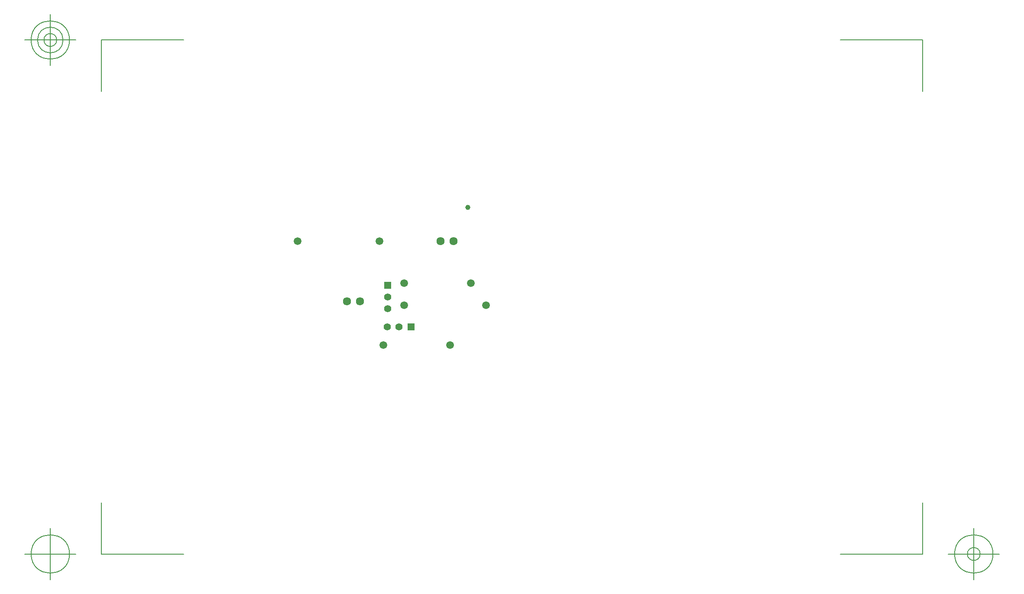
<source format=gbr>
G04 Generated by Ultiboard 14.2 *
%FSLAX33Y33*%
%MOMM*%

%ADD10C,0.001*%
%ADD11C,0.127*%
%ADD12C,1.609*%
%ADD13C,1.000*%
%ADD14C,1.422*%
%ADD15R,1.422X1.422*%
%ADD16C,1.500*%


G04 ColorRGB 9900CC for the following layer *
%LNSolder Mask Bottom*%
%LPD*%
G54D10*
G54D11*
X-254Y-254D02*
X-254Y9797D01*
X-254Y-254D02*
X15797Y-254D01*
X160254Y-254D02*
X144203Y-254D01*
X160254Y-254D02*
X160254Y9797D01*
X160254Y100254D02*
X160254Y90203D01*
X160254Y100254D02*
X144203Y100254D01*
X-254Y100254D02*
X15797Y100254D01*
X-254Y100254D02*
X-254Y90203D01*
X-5254Y-254D02*
X-15254Y-254D01*
X-10254Y-5254D02*
X-10254Y4746D01*
X-14004Y-254D02*
G75*
D01*
G02X-14004Y-254I3750J0*
G01*
X165254Y-254D02*
X175254Y-254D01*
X170254Y-5254D02*
X170254Y4746D01*
X166504Y-254D02*
G75*
D01*
G02X166504Y-254I3750J0*
G01*
X169004Y-254D02*
G75*
D01*
G02X169004Y-254I1250J0*
G01*
X-5254Y100254D02*
X-15254Y100254D01*
X-10254Y95254D02*
X-10254Y105254D01*
X-14004Y100254D02*
G75*
D01*
G02X-14004Y100254I3750J0*
G01*
X-12754Y100254D02*
G75*
D01*
G02X-12754Y100254I2500J0*
G01*
X-11504Y100254D02*
G75*
D01*
G02X-11504Y100254I1250J0*
G01*
G54D12*
X50297Y49169D03*
X47757Y49169D03*
X68580Y60960D03*
X66040Y60960D03*
G54D13*
X71374Y67564D03*
G54D14*
X55724Y50000D03*
X55724Y47700D03*
X57924Y44134D03*
X55624Y44134D03*
G54D15*
X55724Y52300D03*
X60224Y44134D03*
G54D16*
X74935Y48369D03*
X58935Y48369D03*
X71935Y52693D03*
X58935Y52693D03*
X67869Y40561D03*
X54869Y40561D03*
X54100Y60960D03*
X38100Y60960D03*

M02*

</source>
